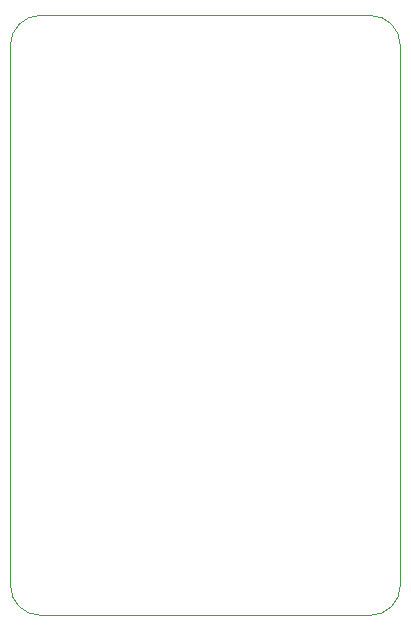
<source format=gbr>
%TF.GenerationSoftware,KiCad,Pcbnew,(6.0.11)*%
%TF.CreationDate,2023-02-02T14:22:02-08:00*%
%TF.ProjectId,Luzy,4c757a79-2e6b-4696-9361-645f70636258,1.0a*%
%TF.SameCoordinates,Original*%
%TF.FileFunction,Profile,NP*%
%FSLAX46Y46*%
G04 Gerber Fmt 4.6, Leading zero omitted, Abs format (unit mm)*
G04 Created by KiCad (PCBNEW (6.0.11)) date 2023-02-02 14:22:02*
%MOMM*%
%LPD*%
G01*
G04 APERTURE LIST*
%TA.AperFunction,Profile*%
%ADD10C,0.100000*%
%TD*%
G04 APERTURE END LIST*
D10*
X112228509Y-38825000D02*
X84288509Y-38825000D01*
X81748509Y-87085000D02*
X81748509Y-41365000D01*
X84288509Y-89625000D02*
X112228509Y-89625000D01*
X81748509Y-87085000D02*
G75*
G03*
X84288509Y-89625000I2540000J0D01*
G01*
X114768509Y-41365000D02*
X114768509Y-87085000D01*
X84288509Y-38825000D02*
G75*
G03*
X81748509Y-41365000I0J-2540000D01*
G01*
X114768509Y-41365000D02*
G75*
G03*
X112228509Y-38825000I-2540000J0D01*
G01*
X112228509Y-89625000D02*
G75*
G03*
X114768509Y-87085000I0J2540000D01*
G01*
M02*

</source>
